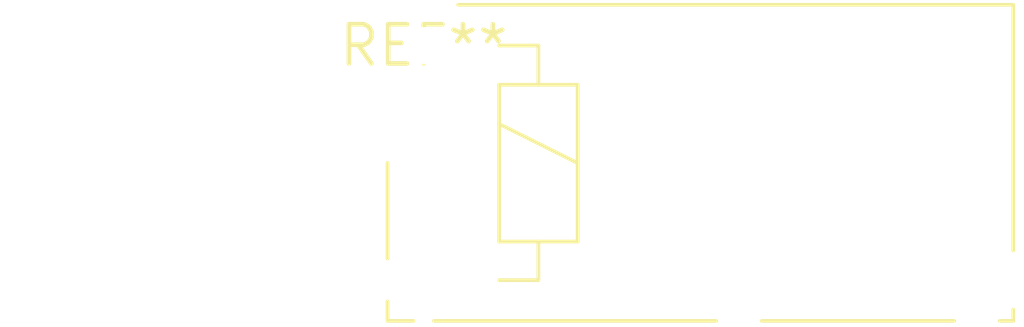
<source format=kicad_pcb>
(kicad_pcb (version 20240108) (generator pcbnew)
  (layers (0 "F.Cu" signal) (31 "B.Cu" signal) (34 "B.Paste" user) (35 "F.Paste" user) (36 "B.SilkS" user "B.Silkscreen") (37 "F.SilkS" user "F.Silkscreen") (38 "B.Mask" user) (39 "F.Mask" user) (44 "Edge.Cuts" user))
  (net 0 "")
  (footprint "Relay_SPST_TE_PCH-1xxx2M" (layer "F.Cu") (at 0 0)
    (property "Reference" "REF**")
    (property "Value" "Relay_SPST_TE_PCH-1xxx2M")
    (fp_line (start -1.17 3.8) (end -1.17 6.9) (layer "F.SilkS") (stroke (width 0.12)))
    (fp_line (start -1.17 8.29) (end -1.17 8.92) (layer "F.SilkS") (stroke (width 0.12)))
    (fp_line (start -0.33 8.92) (end -1.17 8.92) (layer "F.SilkS") (stroke (width 0.12)))
    (fp_line (start 2.44 0) (end 3.71 0) (layer "F.SilkS") (stroke (width 0.12)))
    (fp_line (start 2.44 1.27) (end 3.71 1.27) (layer "F.SilkS") (stroke (width 0.12)))
    (fp_line (start 2.44 2.54) (end 4.98 3.81) (layer "F.SilkS") (stroke (width 0.12)))
    (fp_line (start 2.44 6.35) (end 2.44 1.27) (layer "F.SilkS") (stroke (width 0.12)))
    (fp_line (start 3.71 0) (end 3.71 1.27) (layer "F.SilkS") (stroke (width 0.12)))
    (fp_line (start 3.71 1.27) (end 4.98 1.27) (layer "F.SilkS") (stroke (width 0.12)))
    (fp_line (start 3.71 6.35) (end 3.71 7.6) (layer "F.SilkS") (stroke (width 0.12)))
    (fp_line (start 3.71 7.6) (end 2.44 7.6) (layer "F.SilkS") (stroke (width 0.12)))
    (fp_line (start 4.98 1.27) (end 4.98 6.35) (layer "F.SilkS") (stroke (width 0.12)))
    (fp_line (start 4.98 6.35) (end 2.44 6.35) (layer "F.SilkS") (stroke (width 0.12)))
    (fp_line (start 9.46 8.92) (end 0.329995 8.92) (layer "F.SilkS") (stroke (width 0.12)))
    (fp_line (start 17.16 8.92) (end 10.93 8.92) (layer "F.SilkS") (stroke (width 0.12)))
    (fp_line (start 19.07 -1.32) (end 1.109998 -1.32) (layer "F.SilkS") (stroke (width 0.12)))
    (fp_line (start 19.07 -1.32) (end 19.07 6.64) (layer "F.SilkS") (stroke (width 0.12)))
    (fp_line (start 19.07 8.92) (end 18.63 8.92) (layer "F.SilkS") (stroke (width 0.12)))
    (fp_line (start 19.07 8.92) (end 19.07 8.55) (layer "F.SilkS") (stroke (width 0.12)))
    (pad "1" thru_hole roundrect (at 0 0) (size 2.2 2.2) (drill 1.2) (layers *.Cu *.Mask) (remove_unused_layers) (roundrect_rratio 0.155))
    (pad "2" thru_hole circle (at 10.2 7.6) (size 2.5 2.5) (drill 1.5) (layers *.Cu *.Mask) (remove_unused_layers))
    (pad "3" thru_hole circle (at 17.9 7.6) (size 2.5 2.5) (drill 1.5) (layers *.Cu *.Mask) (remove_unused_layers))
    (pad "5" thru_hole circle (at 0 7.6) (size 2.2 2.2) (drill 1.2) (layers *.Cu *.Mask) (remove_unused_layers))
  )
)
</source>
